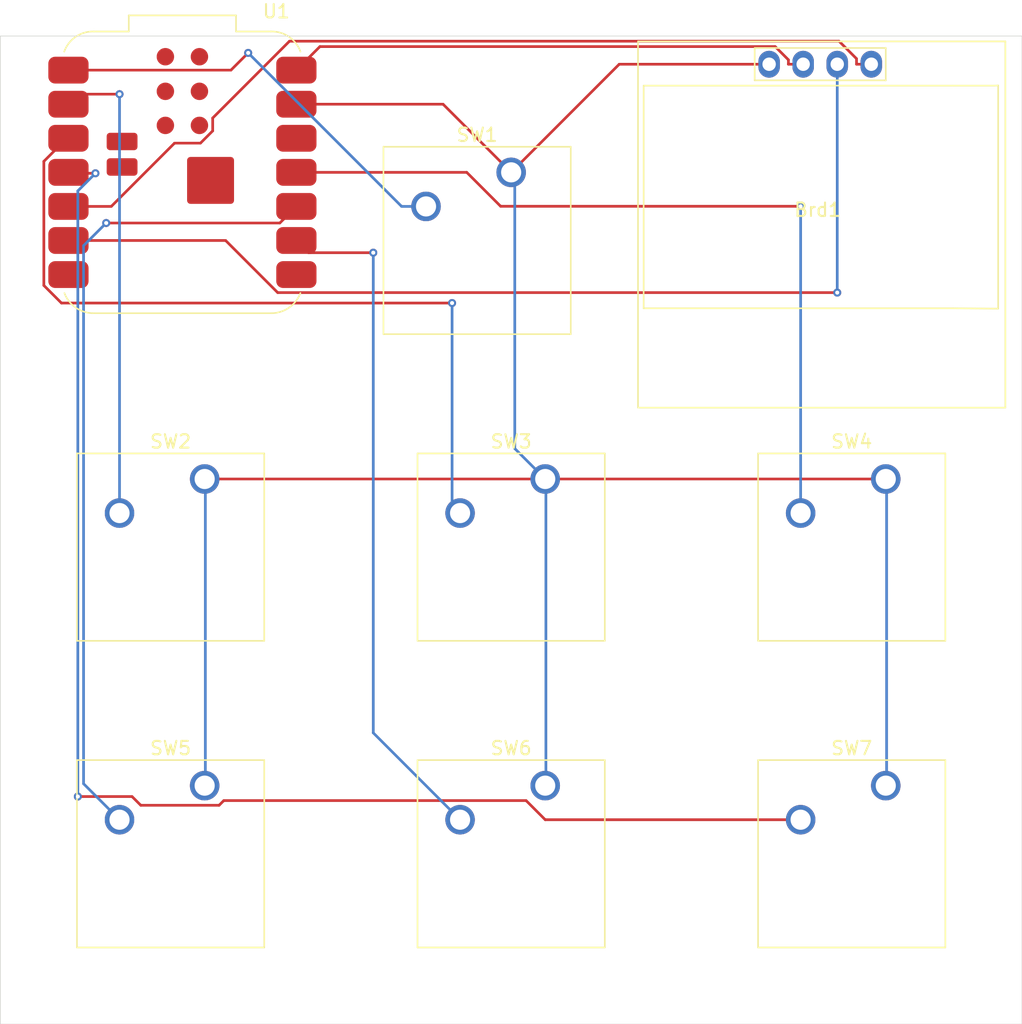
<source format=kicad_pcb>
(kicad_pcb (version 20240108) (generator "pcbnew") (generator_version "8.0")
  (layers (0 "F.Cu" signal) (31 "B.Cu" signal) (34 "B.Paste" user) (35 "F.Paste" user) (36 "B.SilkS" user "B.Silkscreen") (37 "F.SilkS" user "F.Silkscreen") (38 "B.Mask" user) (39 "F.Mask" user) (44 "Edge.Cuts" user))
  (net 0 "")
  (net 1 "GND")
  (net 2 "SCL")
  (net 3 "+5V")
  (net 4 "SDA")
  (net 5 "SHFT")
  (net 6 "1")
  (net 7 "2")
  (net 8 "3")
  (net 9 "4")
  (net 10 "5")
  (net 11 "6")
  (footprint "Button_Switch_Keyboard:SW_Cherry_MX_1.00u_PCB" (layer "F.Cu") (at 144.78 121.92)
    (property "Reference" "SW6" (at -2.54 -2.794 0) (layer "F.SilkS"))
    (property "Value" "SW_Push")
    (fp_line (start -9.525 -1.905) (end 4.445 -1.905) (stroke (width 0.12)) (layer "F.SilkS"))
    (fp_line (start -9.525 12.065) (end -9.525 -1.905) (stroke (width 0.12)) (layer "F.SilkS"))
    (fp_line (start 4.445 -1.905) (end 4.445 12.065) (stroke (width 0.12)) (layer "F.SilkS"))
    (fp_line (start 4.445 12.065) (end -9.525 12.065) (stroke (width 0.12)) (layer "F.SilkS"))
    (pad "" np_thru_hole circle (at -7.62 5.08) (size 1.7 1.7) (drill 1.7) (layers "*.Cu" "*.Mask"))
    (pad "" np_thru_hole circle (at -2.54 5.08) (size 4 4) (drill 4) (layers "*.Cu" "*.Mask"))
    (pad "" np_thru_hole circle (at 2.54 5.08) (size 1.7 1.7) (drill 1.7) (layers "*.Cu" "*.Mask"))
    (pad "1" thru_hole circle (at 0 0) (size 2.2 2.2) (drill 1.5) (layers "*.Cu" "*.Mask") (net 1 "GND"))
    (pad "2" thru_hole circle (at -6.35 2.54) (size 2.2 2.2) (drill 1.5) (layers "*.Cu" "*.Mask") (net 10 "5"))
  )
  (footprint "Button_Switch_Keyboard:SW_Cherry_MX_1.00u_PCB" (layer "F.Cu") (at 170.18 121.92)
    (property "Reference" "SW7" (at -2.54 -2.794 0) (layer "F.SilkS"))
    (property "Value" "SW_Push")
    (fp_line (start -9.525 -1.905) (end 4.445 -1.905) (stroke (width 0.12)) (layer "F.SilkS"))
    (fp_line (start -9.525 12.065) (end -9.525 -1.905) (stroke (width 0.12)) (layer "F.SilkS"))
    (fp_line (start 4.445 -1.905) (end 4.445 12.065) (stroke (width 0.12)) (layer "F.SilkS"))
    (fp_line (start 4.445 12.065) (end -9.525 12.065) (stroke (width 0.12)) (layer "F.SilkS"))
    (pad "" np_thru_hole circle (at -7.62 5.08) (size 1.7 1.7) (drill 1.7) (layers "*.Cu" "*.Mask"))
    (pad "" np_thru_hole circle (at -2.54 5.08) (size 4 4) (drill 4) (layers "*.Cu" "*.Mask"))
    (pad "" np_thru_hole circle (at 2.54 5.08) (size 1.7 1.7) (drill 1.7) (layers "*.Cu" "*.Mask"))
    (pad "1" thru_hole circle (at 0 0) (size 2.2 2.2) (drill 1.5) (layers "*.Cu" "*.Mask") (net 1 "GND"))
    (pad "2" thru_hole circle (at -6.35 2.54) (size 2.2 2.2) (drill 1.5) (layers "*.Cu" "*.Mask") (net 11 "6"))
  )
  (footprint "Button_Switch_Keyboard:SW_Cherry_MX_1.00u_PCB" (layer "F.Cu") (at 119.38 121.92)
    (property "Reference" "SW5" (at -2.54 -2.794 0) (layer "F.SilkS"))
    (property "Value" "SW_Push")
    (fp_line (start -9.525 -1.905) (end 4.445 -1.905) (stroke (width 0.12)) (layer "F.SilkS"))
    (fp_line (start -9.525 12.065) (end -9.525 -1.905) (stroke (width 0.12)) (layer "F.SilkS"))
    (fp_line (start 4.445 -1.905) (end 4.445 12.065) (stroke (width 0.12)) (layer "F.SilkS"))
    (fp_line (start 4.445 12.065) (end -9.525 12.065) (stroke (width 0.12)) (layer "F.SilkS"))
    (pad "" np_thru_hole circle (at -7.62 5.08) (size 1.7 1.7) (drill 1.7) (layers "*.Cu" "*.Mask"))
    (pad "" np_thru_hole circle (at -2.54 5.08) (size 4 4) (drill 4) (layers "*.Cu" "*.Mask"))
    (pad "" np_thru_hole circle (at 2.54 5.08) (size 1.7 1.7) (drill 1.7) (layers "*.Cu" "*.Mask"))
    (pad "1" thru_hole circle (at 0 0) (size 2.2 2.2) (drill 1.5) (layers "*.Cu" "*.Mask") (net 1 "GND"))
    (pad "2" thru_hole circle (at -6.35 2.54) (size 2.2 2.2) (drill 1.5) (layers "*.Cu" "*.Mask") (net 9 "4"))
  )
  (footprint "Button_Switch_Keyboard:SW_Cherry_MX_1.00u_PCB" (layer "F.Cu") (at 119.38 99.06)
    (property "Reference" "SW2" (at -2.54 -2.794 0) (layer "F.SilkS"))
    (property "Value" "SW_Push")
    (fp_line (start -9.525 -1.905) (end 4.445 -1.905) (stroke (width 0.12)) (layer "F.SilkS"))
    (fp_line (start -9.525 12.065) (end -9.525 -1.905) (stroke (width 0.12)) (layer "F.SilkS"))
    (fp_line (start 4.445 -1.905) (end 4.445 12.065) (stroke (width 0.12)) (layer "F.SilkS"))
    (fp_line (start 4.445 12.065) (end -9.525 12.065) (stroke (width 0.12)) (layer "F.SilkS"))
    (pad "" np_thru_hole circle (at -7.62 5.08) (size 1.7 1.7) (drill 1.7) (layers "*.Cu" "*.Mask"))
    (pad "" np_thru_hole circle (at -2.54 5.08) (size 4 4) (drill 4) (layers "*.Cu" "*.Mask"))
    (pad "" np_thru_hole circle (at 2.54 5.08) (size 1.7 1.7) (drill 1.7) (layers "*.Cu" "*.Mask"))
    (pad "1" thru_hole circle (at 0 0) (size 2.2 2.2) (drill 1.5) (layers "*.Cu" "*.Mask") (net 1 "GND"))
    (pad "2" thru_hole circle (at -6.35 2.54) (size 2.2 2.2) (drill 1.5) (layers "*.Cu" "*.Mask") (net 6 "1"))
  )
  (footprint "RF_Module:MCU_Seeed_ESP32C3" (layer "F.Cu") (at 117.72 76.2)
    (property "Reference" "U1" (at 7 -12 0) (layer "F.SilkS"))
    (property "Value" "XIAO-RP2040-DIP")
    (fp_line (start -6.7 10.5) (end 6.7 10.5) (stroke (width 0.12)) (layer "F.SilkS"))
    (fp_line (start -4 -11.7) (end 4 -11.7) (stroke (width 0.12)) (layer "F.SilkS"))
    (fp_line (start -4 -10.5) (end -6.6 -10.5) (stroke (width 0.12)) (layer "F.SilkS"))
    (fp_line (start -4 -10.5) (end -4 -11.7) (stroke (width 0.12)) (layer "F.SilkS"))
    (fp_line (start 4 -11.7) (end 4 -10.5) (stroke (width 0.12)) (layer "F.SilkS"))
    (fp_line (start 6.6 -10.5) (end 4 -10.5) (stroke (width 0.12)) (layer "F.SilkS"))
    (fp_arc (start -8.812892 -9.00468) (mid -7.949609 -10.111769) (end -6.600468 -10.499999) (stroke (width 0.12)) (layer "F.SilkS"))
    (fp_arc (start -6.7 10.5) (mid -7.977232 10.068125) (end -8.8 9) (stroke (width 0.12)) (layer "F.SilkS"))
    (fp_arc (start 6.6 -10.499999) (mid 7.944323 -10.107114) (end 8.804034 -9.001464) (stroke (width 0.12)) (layer "F.SilkS"))
    (fp_arc (start 8.8 9) (mid 7.977232 10.068126) (end 6.7 10.5) (stroke (width 0.12)) (layer "F.SilkS"))
    (pad "1" smd roundrect (at -8.5 -7.62) (size 3 2) (layers "F.Cu" "F.Paste" "F.Mask") (net 5 "SHFT"))
    (pad "2" smd roundrect (at -8.5 -5.08) (size 3 2) (layers "F.Cu" "F.Paste" "F.Mask") (net 6 "1"))
    (pad "3" smd roundrect (at -8.5 -2.54) (size 3 2) (layers "F.Cu" "F.Paste" "F.Mask") (net 7 "2"))
    (pad "4" smd roundrect (at -8.5 0) (size 3 2) (layers "F.Cu" "F.Paste" "F.Mask") (net 11 "6"))
    (pad "5" smd roundrect (at -8.5 2.54) (size 3 2) (layers "F.Cu" "F.Paste" "F.Mask") (net 4 "SDA"))
    (pad "6" smd roundrect (at -8.5 5.08) (size 3 2) (layers "F.Cu" "F.Paste" "F.Mask") (net 2 "SCL"))
    (pad "7" smd roundrect (at -8.5 7.62) (size 3 2) (layers "F.Cu" "F.Paste" "F.Mask"))
    (pad "8" smd roundrect (at 8.5 7.62) (size 3 2) (layers "F.Cu" "F.Paste" "F.Mask"))
    (pad "9" smd roundrect (at 8.5 5.08) (size 3 2) (layers "F.Cu" "F.Paste" "F.Mask") (net 10 "5"))
    (pad "10" smd roundrect (at 8.5 2.54) (size 3 2) (layers "F.Cu" "F.Paste" "F.Mask") (net 9 "4"))
    (pad "11" smd roundrect (at 8.5 0) (size 3 2) (layers "F.Cu" "F.Paste" "F.Mask") (net 8 "3"))
    (pad "12" smd roundrect (at 8.5 -2.54) (size 3 2) (layers "F.Cu" "F.Paste" "F.Mask"))
    (pad "13" smd roundrect (at 8.5 -5.08) (size 3 2) (layers "F.Cu" "F.Paste" "F.Mask") (net 1 "GND"))
    (pad "14" smd roundrect (at 8.5 -7.62) (size 3 2) (layers "F.Cu" "F.Paste" "F.Mask") (net 3 "+5V"))
    (pad "15" smd roundrect (at 2.1 0.6) (size 3.5 3.5) (property pad_prop_heatsink) (layers "F.Cu" "F.Mask") (roundrect_rratio 0.07142857143))
    (pad "16" smd roundrect (at -4.5 -0.4) (size 2.3 1.3) (layers "F.Cu" "F.Paste" "F.Mask") (roundrect_rratio 0.1923076923))
    (pad "17" smd roundrect (at -4.5 -2.3) (size 2.3 1.3) (layers "F.Cu" "F.Paste" "F.Mask") (roundrect_rratio 0.1923076923))
    (pad "18" smd circle (at -1.27 -8.62) (size 1.3 1.3) (layers "F.Cu" "F.Paste" "F.Mask"))
    (pad "19" smd circle (at -1.27 -6.04) (size 1.3 1.3) (layers "F.Cu" "F.Paste" "F.Mask"))
    (pad "20" smd circle (at -1.27 -3.5) (size 1.3 1.3) (layers "F.Cu" "F.Paste" "F.Mask"))
    (pad "21" smd circle (at 1.27 -3.5) (size 1.3 1.3) (layers "F.Cu" "F.Paste" "F.Mask"))
    (pad "22" smd circle (at 1.27 -6.04) (size 1.3 1.3) (layers "F.Cu" "F.Paste" "F.Mask"))
    (pad "23" smd circle (at 1.27 -8.62) (size 1.3 1.3) (layers "F.Cu" "F.Paste" "F.Mask"))
  )
  (footprint "Button_Switch_Keyboard:SW_Cherry_MX_1.00u_PCB" (layer "F.Cu") (at 170.18 99.06)
    (property "Reference" "SW4" (at -2.54 -2.794 0) (layer "F.SilkS"))
    (property "Value" "SW_Push")
    (fp_line (start -9.525 -1.905) (end 4.445 -1.905) (stroke (width 0.12)) (layer "F.SilkS"))
    (fp_line (start -9.525 12.065) (end -9.525 -1.905) (stroke (width 0.12)) (layer "F.SilkS"))
    (fp_line (start 4.445 -1.905) (end 4.445 12.065) (stroke (width 0.12)) (layer "F.SilkS"))
    (fp_line (start 4.445 12.065) (end -9.525 12.065) (stroke (width 0.12)) (layer "F.SilkS"))
    (pad "" np_thru_hole circle (at -7.62 5.08) (size 1.7 1.7) (drill 1.7) (layers "*.Cu" "*.Mask"))
    (pad "" np_thru_hole circle (at -2.54 5.08) (size 4 4) (drill 4) (layers "*.Cu" "*.Mask"))
    (pad "" np_thru_hole circle (at 2.54 5.08) (size 1.7 1.7) (drill 1.7) (layers "*.Cu" "*.Mask"))
    (pad "1" thru_hole circle (at 0 0) (size 2.2 2.2) (drill 1.5) (layers "*.Cu" "*.Mask") (net 1 "GND"))
    (pad "2" thru_hole circle (at -6.35 2.54) (size 2.2 2.2) (drill 1.5) (layers "*.Cu" "*.Mask") (net 8 "3"))
  )
  (footprint "Button_Switch_Keyboard:SW_Cherry_MX_1.00u_PCB" (layer "F.Cu") (at 144.78 99.06)
    (property "Reference" "SW3" (at -2.54 -2.794 0) (layer "F.SilkS"))
    (property "Value" "SW_Push")
    (fp_line (start -9.525 -1.905) (end 4.445 -1.905) (stroke (width 0.12)) (layer "F.SilkS"))
    (fp_line (start -9.525 12.065) (end -9.525 -1.905) (stroke (width 0.12)) (layer "F.SilkS"))
    (fp_line (start 4.445 -1.905) (end 4.445 12.065) (stroke (width 0.12)) (layer "F.SilkS"))
    (fp_line (start 4.445 12.065) (end -9.525 12.065) (stroke (width 0.12)) (layer "F.SilkS"))
    (pad "" np_thru_hole circle (at -7.62 5.08) (size 1.7 1.7) (drill 1.7) (layers "*.Cu" "*.Mask"))
    (pad "" np_thru_hole circle (at -2.54 5.08) (size 4 4) (drill 4) (layers "*.Cu" "*.Mask"))
    (pad "" np_thru_hole circle (at 2.54 5.08) (size 1.7 1.7) (drill 1.7) (layers "*.Cu" "*.Mask"))
    (pad "1" thru_hole circle (at 0 0) (size 2.2 2.2) (drill 1.5) (layers "*.Cu" "*.Mask") (net 1 "GND"))
    (pad "2" thru_hole circle (at -6.35 2.54) (size 2.2 2.2) (drill 1.5) (layers "*.Cu" "*.Mask") (net 7 "2"))
  )
  (footprint "Button_Switch_Keyboard:SW_Cherry_MX_1.00u_PCB" (layer "F.Cu") (at 142.24 76.2)
    (property "Reference" "SW1" (at -2.54 -2.794 0) (layer "F.SilkS"))
    (property "Value" "SW_Push")
    (fp_line (start -9.525 -1.905) (end 4.445 -1.905) (stroke (width 0.12)) (layer "F.SilkS"))
    (fp_line (start -9.525 12.065) (end -9.525 -1.905) (stroke (width 0.12)) (layer "F.SilkS"))
    (fp_line (start 4.445 -1.905) (end 4.445 12.065) (stroke (width 0.12)) (layer "F.SilkS"))
    (fp_line (start 4.445 12.065) (end -9.525 12.065) (stroke (width 0.12)) (layer "F.SilkS"))
    (pad "" np_thru_hole circle (at -7.62 5.08) (size 1.7 1.7) (drill 1.7) (layers "*.Cu" "*.Mask"))
    (pad "" np_thru_hole circle (at -2.54 5.08) (size 4 4) (drill 4) (layers "*.Cu" "*.Mask"))
    (pad "" np_thru_hole circle (at 2.54 5.08) (size 1.7 1.7) (drill 1.7) (layers "*.Cu" "*.Mask"))
    (pad "1" thru_hole circle (at 0 0) (size 2.2 2.2) (drill 1.5) (layers "*.Cu" "*.Mask") (net 1 "GND"))
    (pad "2" thru_hole circle (at -6.35 2.54) (size 2.2 2.2) (drill 1.5) (layers "*.Cu" "*.Mask") (net 5 "SHFT"))
  )
  (footprint "SSD1306:128x64OLED" (layer "F.Cu") (at 165.1 78.74)
    (property "Reference" "Brd1" (at 0 0.254 0) (layer "F.SilkS"))
    (property "Value" "SSD1306")
    (fp_line (start -13.4 -12.3) (end 14 -12.3) (stroke (width 0.12)) (layer "F.SilkS"))
    (fp_line (start -13.4 15) (end -13.4 -12.3) (stroke (width 0.12)) (layer "F.SilkS"))
    (fp_line (start -12.978 -9.005) (end 10.122 -9.005) (stroke (width 0.12)) (layer "F.SilkS"))
    (fp_line (start -12.978 7.595) (end -12.978 -9.005) (stroke (width 0.12)) (layer "F.SilkS"))
    (fp_line (start -4.699 -11.811) (end -4.699 -9.398) (stroke (width 0.12)) (layer "F.SilkS"))
    (fp_line (start -4.699 -11.811) (end 5.08 -11.811) (stroke (width 0.12)) (layer "F.SilkS"))
    (fp_line (start 5.08 -11.811) (end 5.08 -9.398) (stroke (width 0.12)) (layer "F.SilkS"))
    (fp_line (start 5.08 -9.398) (end -4.699 -9.398) (stroke (width 0.12)) (layer "F.SilkS"))
    (fp_line (start 10.122 -9.005) (end 13.208 -9.005) (stroke (width 0.12)) (layer "F.SilkS"))
    (fp_line (start 10.122 7.595) (end -12.978 7.595) (stroke (width 0.12)) (layer "F.SilkS"))
    (fp_line (start 10.122 7.595) (end 13.462 7.62) (stroke (width 0.12)) (layer "F.SilkS"))
    (fp_line (start 13.462 -9.017) (end 13.208 -9.005) (stroke (width 0.12)) (layer "F.SilkS"))
    (fp_line (start 13.462 7.62) (end 13.462 -9.017) (stroke (width 0.12)) (layer "F.SilkS"))
    (fp_line (start 14 -12.3) (end 14 15) (stroke (width 0.12)) (layer "F.SilkS"))
    (fp_line (start 14 15) (end -13.4 15) (stroke (width 0.12)) (layer "F.SilkS"))
    (pad "1" thru_hole oval (at -3.62 -10.6 90) (size 2 1.6) (drill 1) (layers "*.Cu" "*.Mask") (net 1 "GND"))
    (pad "2" thru_hole oval (at -1.08 -10.6 90) (size 2 1.6) (drill 1) (layers "*.Cu" "*.Mask") (net 3 "+5V"))
    (pad "3" thru_hole oval (at 1.46 -10.6 90) (size 2 1.6) (drill 1) (layers "*.Cu" "*.Mask") (net 2 "SCL"))
    (pad "4" thru_hole oval (at 4 -10.6 90) (size 2 1.6) (drill 1) (layers "*.Cu" "*.Mask") (net 4 "SDA"))
  )
  (gr_rect (start 104.14 66.04) (end 180.34 139.7) (stroke (width 0.05)) (fill none) (layer "Edge.Cuts"))
  (segment (start 119.38 99.06) (end 144.78 99.06) (width 0.2) (layer "F.Cu") (net 1))
  (segment (start 142.24 76.2) (end 137.16 71.12) (width 0.2) (layer "F.Cu") (net 1))
  (segment (start 150.3 68.14) (end 161.48 68.14) (width 0.2) (layer "F.Cu") (net 1))
  (segment (start 137.16 71.12) (end 126.22 71.12) (width 0.2) (layer "F.Cu") (net 1))
  (segment (start 142.24 76.2) (end 150.3 68.14) (width 0.2) (layer "F.Cu") (net 1))
  (segment (start 170.18 99.06) (end 144.78 99.06) (width 0.2) (layer "F.Cu") (net 1))
  (segment (start 142.509 76.469) (end 142.24 76.2) (width 0.2) (layer "B.Cu") (net 1))
  (segment (start 170.2429 121.8571) (end 170.18 121.92) (width 0.2) (layer "B.Cu") (net 1))
  (segment (start 119.4308 121.8692) (end 119.38 121.92) (width 0.2) (layer "B.Cu") (net 1))
  (segment (start 144.8308 121.8692) (end 144.8308 99.1108) (width 0.2) (layer "B.Cu") (net 1))
  (segment (start 144.78 121.92) (end 144.8308 121.8692) (width 0.2) (layer "B.Cu") (net 1))
  (segment (start 119.38 99.06) (end 119.4308 99.1108) (width 0.2) (layer "B.Cu") (net 1))
  (segment (start 170.18 99.06) (end 170.2429 99.1229) (width 0.2) (layer "B.Cu") (net 1))
  (segment (start 170.2429 99.1229) (end 170.2429 121.8571) (width 0.2) (layer "B.Cu") (net 1))
  (segment (start 144.78 99.06) (end 142.509 96.789) (width 0.2) (layer "B.Cu") (net 1))
  (segment (start 142.509 96.789) (end 142.509 76.469) (width 0.2) (layer "B.Cu") (net 1))
  (segment (start 119.4308 99.1108) (end 119.4308 121.8692) (width 0.2) (layer "B.Cu") (net 1))
  (segment (start 144.8308 99.1108) (end 144.78 99.06) (width 0.2) (layer "B.Cu") (net 1))
  (segment (start 120.9427 81.28) (end 109.22 81.28) (width 0.2) (layer "F.Cu") (net 2))
  (segment (start 124.8276 85.1649) (end 120.9427 81.28) (width 0.2) (layer "F.Cu") (net 2))
  (segment (start 166.56 85.1649) (end 124.8276 85.1649) (width 0.2) (layer "F.Cu") (net 2))
  (via (at 166.56 85.1649) (size 0.6) (drill 0.3) (layers "F.Cu" "B.Cu") (net 2))
  (segment (start 166.56 68.14) (end 166.56 85.1649) (width 0.2) (layer "B.Cu") (net 2))
  (segment (start 164.02 68.14) (end 162.9183 68.14) (width 0.2) (layer "F.Cu") (net 3))
  (segment (start 127.9757 66.8243) (end 161.9309 66.8243) (width 0.2) (layer "F.Cu") (net 3))
  (segment (start 161.9309 66.8243) (end 162.9183 67.8117) (width 0.2) (layer "F.Cu") (net 3))
  (segment (start 126.22 68.58) (end 127.9757 66.8243) (width 0.2) (layer "F.Cu") (net 3))
  (segment (start 162.9183 67.8117) (end 162.9183 68.14) (width 0.2) (layer "F.Cu") (net 3))
  (segment (start 117.1323 74.0211) (end 112.4134 78.74) (width 0.2) (layer "F.Cu") (net 4))
  (segment (start 119.9782 73.1085) (end 119.0656 74.0211) (width 0.2) (layer "F.Cu") (net 4))
  (segment (start 119.9782 72.1492) (end 119.9782 73.1085) (width 0.2) (layer "F.Cu") (net 4))
  (segment (start 112.4134 78.74) (end 109.22 78.74) (width 0.2) (layer "F.Cu") (net 4))
  (segment (start 167.9983 68.14) (end 167.9983 67.7269) (width 0.2) (layer "F.Cu") (net 4))
  (segment (start 166.694 66.4226) (end 125.7048 66.4226) (width 0.2) (layer "F.Cu") (net 4))
  (segment (start 125.7048 66.4226) (end 119.9782 72.1492) (width 0.2) (layer "F.Cu") (net 4))
  (segment (start 167.9983 67.7269) (end 166.694 66.4226) (width 0.2) (layer "F.Cu") (net 4))
  (segment (start 119.0656 74.0211) (end 117.1323 74.0211) (width 0.2) (layer "F.Cu") (net 4))
  (segment (start 169.1 68.14) (end 167.9983 68.14) (width 0.2) (layer "F.Cu") (net 4))
  (segment (start 121.3398 68.58) (end 109.22 68.58) (width 0.2) (layer "F.Cu") (net 5))
  (segment (start 122.6247 67.2951) (end 121.3398 68.58) (width 0.2) (layer "F.Cu") (net 5))
  (via (at 122.6247 67.2951) (size 0.6) (drill 0.3) (layers "F.Cu" "B.Cu") (net 5))
  (segment (start 135.89 78.74) (end 134.0696 78.74) (width 0.2) (layer "B.Cu") (net 5))
  (segment (start 134.0696 78.74) (end 122.6247 67.2951) (width 0.2) (layer "B.Cu") (net 5))
  (segment (start 109.22 71.12) (end 109.9684 70.3716) (width 0.2) (layer "F.Cu") (net 6))
  (segment (start 109.9684 70.3716) (end 113.03 70.3716) (width 0.2) (layer "F.Cu") (net 6))
  (via (at 113.03 70.3716) (size 0.6) (drill 0.3) (layers "F.Cu" "B.Cu") (net 6))
  (segment (start 113.03 101.6) (end 113.03 70.3716) (width 0.2) (layer "B.Cu") (net 6))
  (segment (start 109.1074 73.66) (end 107.3853 75.3821) (width 0.2) (layer "F.Cu") (net 7))
  (segment (start 109.22 73.66) (end 109.1074 73.66) (width 0.2) (layer "F.Cu") (net 7))
  (segment (start 108.6987 85.9428) (end 137.8328 85.9428) (width 0.2) (layer "F.Cu") (net 7))
  (segment (start 107.3853 84.6294) (end 108.6987 85.9428) (width 0.2) (layer "F.Cu") (net 7))
  (segment (start 107.3853 75.3821) (end 107.3853 84.6294) (width 0.2) (layer "F.Cu") (net 7))
  (via (at 137.8328 85.9428) (size 0.6) (drill 0.3) (layers "F.Cu" "B.Cu") (net 7))
  (segment (start 137.8328 101.0028) (end 138.43 101.6) (width 0.2) (layer "B.Cu") (net 7))
  (segment (start 137.8328 85.9428) (end 137.8328 101.0028) (width 0.2) (layer "B.Cu") (net 7))
  (segment (start 141.4555 78.7298) (end 163.83 78.7298) (width 0.2) (layer "F.Cu") (net 8))
  (segment (start 138.9257 76.2) (end 141.4555 78.7298) (width 0.2) (layer "F.Cu") (net 8))
  (segment (start 126.22 76.2) (end 138.9257 76.2) (width 0.2) (layer "F.Cu") (net 8))
  (via (at 163.83 78.7298) (size 0.6) (drill 0.3) (layers "F.Cu" "B.Cu") (net 8))
  (segment (start 163.83 101.6) (end 163.83 78.7298) (width 0.2) (layer "B.Cu") (net 8))
  (segment (start 124.9836 79.9764) (end 112.0356 79.9764) (width 0.2) (layer "F.Cu") (net 9))
  (segment (start 126.22 78.74) (end 124.9836 79.9764) (width 0.2) (layer "F.Cu") (net 9))
  (via (at 112.0356 79.9764) (size 0.6) (drill 0.3) (layers "F.Cu" "B.Cu") (net 9))
  (segment (start 110.3474 121.7774) (end 110.3474 81.6646) (width 0.2) (layer "B.Cu") (net 9))
  (segment (start 113.03 124.46) (end 110.3474 121.7774) (width 0.2) (layer "B.Cu") (net 9))
  (segment (start 110.3474 81.6646) (end 112.0356 79.9764) (width 0.2) (layer "B.Cu") (net 9))
  (segment (start 131.9558 82.1892) (end 127.1292 82.1892) (width 0.2) (layer "F.Cu") (net 10))
  (segment (start 127.1292 82.1892) (end 126.22 81.28) (width 0.2) (layer "F.Cu") (net 10))
  (via (at 131.9558 82.1892) (size 0.6) (drill 0.3) (layers "F.Cu" "B.Cu") (net 10))
  (segment (start 131.9558 117.9858) (end 131.9558 82.1892) (width 0.2) (layer "B.Cu") (net 10))
  (segment (start 138.43 124.46) (end 131.9558 117.9858) (width 0.2) (layer "B.Cu") (net 10))
  (segment (start 114.6145 123.3845) (end 113.9631 122.7331) (width 0.2) (layer "F.Cu") (net 11))
  (segment (start 111.2325 76.2706) (end 109.2906 76.2706) (width 0.2) (layer "F.Cu") (net 11))
  (segment (start 144.78 124.46) (end 143.3526 123.0326) (width 0.2) (layer "F.Cu") (net 11))
  (segment (start 163.83 124.46) (end 144.78 124.46) (width 0.2) (layer "F.Cu") (net 11))
  (segment (start 109.2906 76.2706) (end 109.22 76.2) (width 0.2) (layer "F.Cu") (net 11))
  (segment (start 113.9631 122.7331) (end 109.92 122.7331) (width 0.2) (layer "F.Cu") (net 11))
  (segment (start 120.4555 123.3845) (end 114.6145 123.3845) (width 0.2) (layer "F.Cu") (net 11))
  (segment (start 143.3526 123.0326) (end 120.8074 123.0326) (width 0.2) (layer "F.Cu") (net 11))
  (segment (start 120.8074 123.0326) (end 120.4555 123.3845) (width 0.2) (layer "F.Cu") (net 11))
  (via (at 111.2325 76.2706) (size 0.6) (drill 0.3) (layers "F.Cu" "B.Cu") (net 11))
  (via (at 109.92 122.7331) (size 0.6) (drill 0.3) (layers "F.Cu" "B.Cu") (net 11))
  (segment (start 109.92 77.5831) (end 109.92 122.7331) (width 0.2) (layer "B.Cu") (net 11))
  (segment (start 111.2325 76.2706) (end 109.92 77.5831) (width 0.2) (layer "B.Cu") (net 11))
)
</source>
